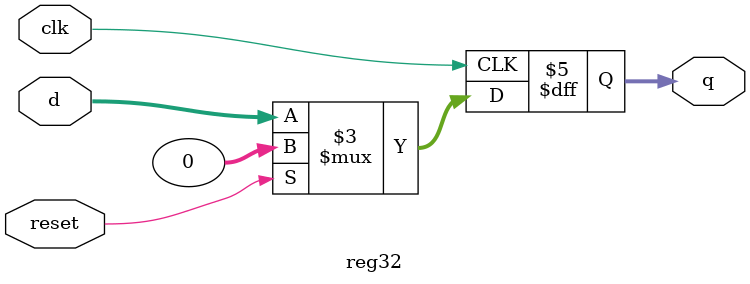
<source format=v>
module reg32(clk, reset, d, q);
input clk, reset;
input [31:0] d;
output [31:0] q;
reg [31:0] q;
always @ (negedge clk) begin
  if (reset) begin
    q <= 0;
  end else begin
    q <= d;
  end
end
endmodule

</source>
